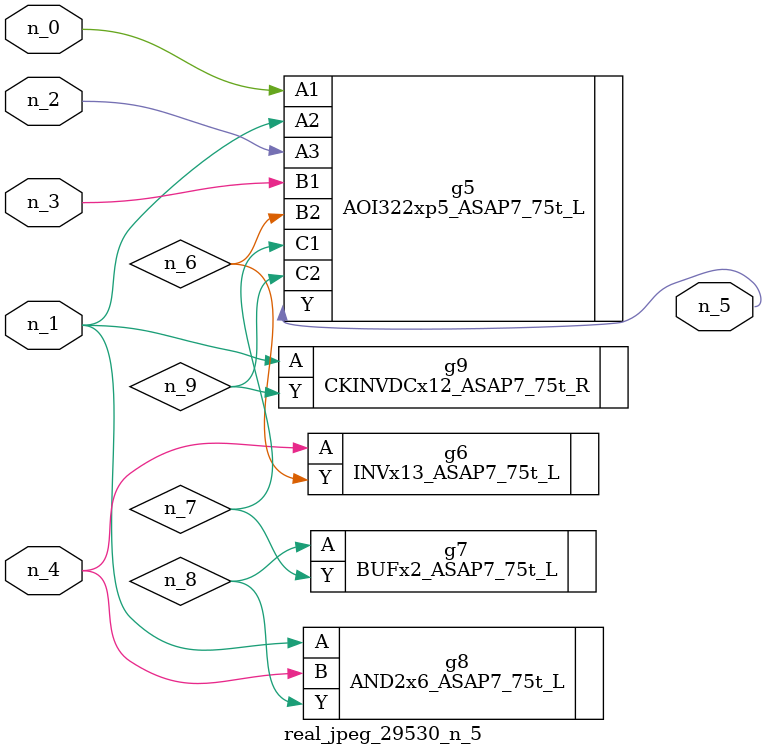
<source format=v>
module real_jpeg_29530_n_5 (n_4, n_0, n_1, n_2, n_3, n_5);

input n_4;
input n_0;
input n_1;
input n_2;
input n_3;

output n_5;

wire n_8;
wire n_6;
wire n_7;
wire n_9;

AOI322xp5_ASAP7_75t_L g5 ( 
.A1(n_0),
.A2(n_1),
.A3(n_2),
.B1(n_3),
.B2(n_6),
.C1(n_7),
.C2(n_9),
.Y(n_5)
);

AND2x6_ASAP7_75t_L g8 ( 
.A(n_1),
.B(n_4),
.Y(n_8)
);

CKINVDCx12_ASAP7_75t_R g9 ( 
.A(n_1),
.Y(n_9)
);

INVx13_ASAP7_75t_L g6 ( 
.A(n_4),
.Y(n_6)
);

BUFx2_ASAP7_75t_L g7 ( 
.A(n_8),
.Y(n_7)
);


endmodule
</source>
